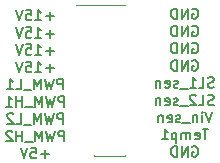
<source format=gbo>
G04 #@! TF.GenerationSoftware,KiCad,Pcbnew,5.1.9*
G04 #@! TF.CreationDate,2021-04-12T04:07:40-03:00*
G04 #@! TF.ProjectId,Controle,436f6e74-726f-46c6-952e-6b696361645f,rev?*
G04 #@! TF.SameCoordinates,Original*
G04 #@! TF.FileFunction,Legend,Bot*
G04 #@! TF.FilePolarity,Positive*
%FSLAX46Y46*%
G04 Gerber Fmt 4.6, Leading zero omitted, Abs format (unit mm)*
G04 Created by KiCad (PCBNEW 5.1.9) date 2021-04-12 04:07:40*
%MOMM*%
%LPD*%
G01*
G04 APERTURE LIST*
%ADD10C,0.150000*%
%ADD11C,0.120000*%
%ADD12C,3.200000*%
%ADD13R,2.540000X0.750000*%
%ADD14C,3.650000*%
%ADD15R,1.500000X1.500000*%
%ADD16C,1.500000*%
%ADD17C,2.500000*%
G04 APERTURE END LIST*
D10*
X181260642Y-64459500D02*
X181343785Y-64417928D01*
X181468500Y-64417928D01*
X181593214Y-64459500D01*
X181676357Y-64542642D01*
X181717928Y-64625785D01*
X181759500Y-64792071D01*
X181759500Y-64916785D01*
X181717928Y-65083071D01*
X181676357Y-65166214D01*
X181593214Y-65249357D01*
X181468500Y-65290928D01*
X181385357Y-65290928D01*
X181260642Y-65249357D01*
X181219071Y-65207785D01*
X181219071Y-64916785D01*
X181385357Y-64916785D01*
X180844928Y-65290928D02*
X180844928Y-64417928D01*
X180346071Y-65290928D01*
X180346071Y-64417928D01*
X179930357Y-65290928D02*
X179930357Y-64417928D01*
X179722500Y-64417928D01*
X179597785Y-64459500D01*
X179514642Y-64542642D01*
X179473071Y-64625785D01*
X179431500Y-64792071D01*
X179431500Y-64916785D01*
X179473071Y-65083071D01*
X179514642Y-65166214D01*
X179597785Y-65249357D01*
X179722500Y-65290928D01*
X179930357Y-65290928D01*
X181260642Y-65919000D02*
X181343785Y-65877428D01*
X181468500Y-65877428D01*
X181593214Y-65919000D01*
X181676357Y-66002142D01*
X181717928Y-66085285D01*
X181759500Y-66251571D01*
X181759500Y-66376285D01*
X181717928Y-66542571D01*
X181676357Y-66625714D01*
X181593214Y-66708857D01*
X181468500Y-66750428D01*
X181385357Y-66750428D01*
X181260642Y-66708857D01*
X181219071Y-66667285D01*
X181219071Y-66376285D01*
X181385357Y-66376285D01*
X180844928Y-66750428D02*
X180844928Y-65877428D01*
X180346071Y-66750428D01*
X180346071Y-65877428D01*
X179930357Y-66750428D02*
X179930357Y-65877428D01*
X179722500Y-65877428D01*
X179597785Y-65919000D01*
X179514642Y-66002142D01*
X179473071Y-66085285D01*
X179431500Y-66251571D01*
X179431500Y-66376285D01*
X179473071Y-66542571D01*
X179514642Y-66625714D01*
X179597785Y-66708857D01*
X179722500Y-66750428D01*
X179930357Y-66750428D01*
X181260642Y-67378500D02*
X181343785Y-67336928D01*
X181468500Y-67336928D01*
X181593214Y-67378500D01*
X181676357Y-67461642D01*
X181717928Y-67544785D01*
X181759500Y-67711071D01*
X181759500Y-67835785D01*
X181717928Y-68002071D01*
X181676357Y-68085214D01*
X181593214Y-68168357D01*
X181468500Y-68209928D01*
X181385357Y-68209928D01*
X181260642Y-68168357D01*
X181219071Y-68126785D01*
X181219071Y-67835785D01*
X181385357Y-67835785D01*
X180844928Y-68209928D02*
X180844928Y-67336928D01*
X180346071Y-68209928D01*
X180346071Y-67336928D01*
X179930357Y-68209928D02*
X179930357Y-67336928D01*
X179722500Y-67336928D01*
X179597785Y-67378500D01*
X179514642Y-67461642D01*
X179473071Y-67544785D01*
X179431500Y-67711071D01*
X179431500Y-67835785D01*
X179473071Y-68002071D01*
X179514642Y-68085214D01*
X179597785Y-68168357D01*
X179722500Y-68209928D01*
X179930357Y-68209928D01*
X181260642Y-68838000D02*
X181343785Y-68796428D01*
X181468500Y-68796428D01*
X181593214Y-68838000D01*
X181676357Y-68921142D01*
X181717928Y-69004285D01*
X181759500Y-69170571D01*
X181759500Y-69295285D01*
X181717928Y-69461571D01*
X181676357Y-69544714D01*
X181593214Y-69627857D01*
X181468500Y-69669428D01*
X181385357Y-69669428D01*
X181260642Y-69627857D01*
X181219071Y-69586285D01*
X181219071Y-69295285D01*
X181385357Y-69295285D01*
X180844928Y-69669428D02*
X180844928Y-68796428D01*
X180346071Y-69669428D01*
X180346071Y-68796428D01*
X179930357Y-69669428D02*
X179930357Y-68796428D01*
X179722500Y-68796428D01*
X179597785Y-68838000D01*
X179514642Y-68921142D01*
X179473071Y-69004285D01*
X179431500Y-69170571D01*
X179431500Y-69295285D01*
X179473071Y-69461571D01*
X179514642Y-69544714D01*
X179597785Y-69627857D01*
X179722500Y-69669428D01*
X179930357Y-69669428D01*
X183069000Y-71087357D02*
X182944285Y-71128928D01*
X182736428Y-71128928D01*
X182653285Y-71087357D01*
X182611714Y-71045785D01*
X182570142Y-70962642D01*
X182570142Y-70879500D01*
X182611714Y-70796357D01*
X182653285Y-70754785D01*
X182736428Y-70713214D01*
X182902714Y-70671642D01*
X182985857Y-70630071D01*
X183027428Y-70588500D01*
X183069000Y-70505357D01*
X183069000Y-70422214D01*
X183027428Y-70339071D01*
X182985857Y-70297500D01*
X182902714Y-70255928D01*
X182694857Y-70255928D01*
X182570142Y-70297500D01*
X181780285Y-71128928D02*
X182196000Y-71128928D01*
X182196000Y-70255928D01*
X181032000Y-71128928D02*
X181530857Y-71128928D01*
X181281428Y-71128928D02*
X181281428Y-70255928D01*
X181364571Y-70380642D01*
X181447714Y-70463785D01*
X181530857Y-70505357D01*
X180865714Y-71212071D02*
X180200571Y-71212071D01*
X180034285Y-71087357D02*
X179951142Y-71128928D01*
X179784857Y-71128928D01*
X179701714Y-71087357D01*
X179660142Y-71004214D01*
X179660142Y-70962642D01*
X179701714Y-70879500D01*
X179784857Y-70837928D01*
X179909571Y-70837928D01*
X179992714Y-70796357D01*
X180034285Y-70713214D01*
X180034285Y-70671642D01*
X179992714Y-70588500D01*
X179909571Y-70546928D01*
X179784857Y-70546928D01*
X179701714Y-70588500D01*
X178953428Y-71087357D02*
X179036571Y-71128928D01*
X179202857Y-71128928D01*
X179286000Y-71087357D01*
X179327571Y-71004214D01*
X179327571Y-70671642D01*
X179286000Y-70588500D01*
X179202857Y-70546928D01*
X179036571Y-70546928D01*
X178953428Y-70588500D01*
X178911857Y-70671642D01*
X178911857Y-70754785D01*
X179327571Y-70837928D01*
X178537714Y-70546928D02*
X178537714Y-71128928D01*
X178537714Y-70630071D02*
X178496142Y-70588500D01*
X178413000Y-70546928D01*
X178288285Y-70546928D01*
X178205142Y-70588500D01*
X178163571Y-70671642D01*
X178163571Y-71128928D01*
X183069000Y-72546857D02*
X182944285Y-72588428D01*
X182736428Y-72588428D01*
X182653285Y-72546857D01*
X182611714Y-72505285D01*
X182570142Y-72422142D01*
X182570142Y-72339000D01*
X182611714Y-72255857D01*
X182653285Y-72214285D01*
X182736428Y-72172714D01*
X182902714Y-72131142D01*
X182985857Y-72089571D01*
X183027428Y-72048000D01*
X183069000Y-71964857D01*
X183069000Y-71881714D01*
X183027428Y-71798571D01*
X182985857Y-71757000D01*
X182902714Y-71715428D01*
X182694857Y-71715428D01*
X182570142Y-71757000D01*
X181780285Y-72588428D02*
X182196000Y-72588428D01*
X182196000Y-71715428D01*
X181530857Y-71798571D02*
X181489285Y-71757000D01*
X181406142Y-71715428D01*
X181198285Y-71715428D01*
X181115142Y-71757000D01*
X181073571Y-71798571D01*
X181032000Y-71881714D01*
X181032000Y-71964857D01*
X181073571Y-72089571D01*
X181572428Y-72588428D01*
X181032000Y-72588428D01*
X180865714Y-72671571D02*
X180200571Y-72671571D01*
X180034285Y-72546857D02*
X179951142Y-72588428D01*
X179784857Y-72588428D01*
X179701714Y-72546857D01*
X179660142Y-72463714D01*
X179660142Y-72422142D01*
X179701714Y-72339000D01*
X179784857Y-72297428D01*
X179909571Y-72297428D01*
X179992714Y-72255857D01*
X180034285Y-72172714D01*
X180034285Y-72131142D01*
X179992714Y-72048000D01*
X179909571Y-72006428D01*
X179784857Y-72006428D01*
X179701714Y-72048000D01*
X178953428Y-72546857D02*
X179036571Y-72588428D01*
X179202857Y-72588428D01*
X179286000Y-72546857D01*
X179327571Y-72463714D01*
X179327571Y-72131142D01*
X179286000Y-72048000D01*
X179202857Y-72006428D01*
X179036571Y-72006428D01*
X178953428Y-72048000D01*
X178911857Y-72131142D01*
X178911857Y-72214285D01*
X179327571Y-72297428D01*
X178537714Y-72006428D02*
X178537714Y-72588428D01*
X178537714Y-72089571D02*
X178496142Y-72048000D01*
X178413000Y-72006428D01*
X178288285Y-72006428D01*
X178205142Y-72048000D01*
X178163571Y-72131142D01*
X178163571Y-72588428D01*
X182944285Y-73174928D02*
X182653285Y-74047928D01*
X182362285Y-73174928D01*
X182071285Y-74047928D02*
X182071285Y-73465928D01*
X182071285Y-73174928D02*
X182112857Y-73216500D01*
X182071285Y-73258071D01*
X182029714Y-73216500D01*
X182071285Y-73174928D01*
X182071285Y-73258071D01*
X181655571Y-73465928D02*
X181655571Y-74047928D01*
X181655571Y-73549071D02*
X181614000Y-73507500D01*
X181530857Y-73465928D01*
X181406142Y-73465928D01*
X181323000Y-73507500D01*
X181281428Y-73590642D01*
X181281428Y-74047928D01*
X181073571Y-74131071D02*
X180408428Y-74131071D01*
X180242142Y-74006357D02*
X180159000Y-74047928D01*
X179992714Y-74047928D01*
X179909571Y-74006357D01*
X179868000Y-73923214D01*
X179868000Y-73881642D01*
X179909571Y-73798500D01*
X179992714Y-73756928D01*
X180117428Y-73756928D01*
X180200571Y-73715357D01*
X180242142Y-73632214D01*
X180242142Y-73590642D01*
X180200571Y-73507500D01*
X180117428Y-73465928D01*
X179992714Y-73465928D01*
X179909571Y-73507500D01*
X179161285Y-74006357D02*
X179244428Y-74047928D01*
X179410714Y-74047928D01*
X179493857Y-74006357D01*
X179535428Y-73923214D01*
X179535428Y-73590642D01*
X179493857Y-73507500D01*
X179410714Y-73465928D01*
X179244428Y-73465928D01*
X179161285Y-73507500D01*
X179119714Y-73590642D01*
X179119714Y-73673785D01*
X179535428Y-73756928D01*
X178745571Y-73465928D02*
X178745571Y-74047928D01*
X178745571Y-73549071D02*
X178704000Y-73507500D01*
X178620857Y-73465928D01*
X178496142Y-73465928D01*
X178413000Y-73507500D01*
X178371428Y-73590642D01*
X178371428Y-74047928D01*
X182611714Y-74634428D02*
X182112857Y-74634428D01*
X182362285Y-75507428D02*
X182362285Y-74634428D01*
X181489285Y-75465857D02*
X181572428Y-75507428D01*
X181738714Y-75507428D01*
X181821857Y-75465857D01*
X181863428Y-75382714D01*
X181863428Y-75050142D01*
X181821857Y-74967000D01*
X181738714Y-74925428D01*
X181572428Y-74925428D01*
X181489285Y-74967000D01*
X181447714Y-75050142D01*
X181447714Y-75133285D01*
X181863428Y-75216428D01*
X181073571Y-75507428D02*
X181073571Y-74925428D01*
X181073571Y-75008571D02*
X181032000Y-74967000D01*
X180948857Y-74925428D01*
X180824142Y-74925428D01*
X180741000Y-74967000D01*
X180699428Y-75050142D01*
X180699428Y-75507428D01*
X180699428Y-75050142D02*
X180657857Y-74967000D01*
X180574714Y-74925428D01*
X180450000Y-74925428D01*
X180366857Y-74967000D01*
X180325285Y-75050142D01*
X180325285Y-75507428D01*
X179909571Y-74925428D02*
X179909571Y-75798428D01*
X179909571Y-74967000D02*
X179826428Y-74925428D01*
X179660142Y-74925428D01*
X179577000Y-74967000D01*
X179535428Y-75008571D01*
X179493857Y-75091714D01*
X179493857Y-75341142D01*
X179535428Y-75424285D01*
X179577000Y-75465857D01*
X179660142Y-75507428D01*
X179826428Y-75507428D01*
X179909571Y-75465857D01*
X178662428Y-75507428D02*
X179161285Y-75507428D01*
X178911857Y-75507428D02*
X178911857Y-74634428D01*
X178995000Y-74759142D01*
X179078142Y-74842285D01*
X179161285Y-74883857D01*
X181260642Y-76135500D02*
X181343785Y-76093928D01*
X181468500Y-76093928D01*
X181593214Y-76135500D01*
X181676357Y-76218642D01*
X181717928Y-76301785D01*
X181759500Y-76468071D01*
X181759500Y-76592785D01*
X181717928Y-76759071D01*
X181676357Y-76842214D01*
X181593214Y-76925357D01*
X181468500Y-76966928D01*
X181385357Y-76966928D01*
X181260642Y-76925357D01*
X181219071Y-76883785D01*
X181219071Y-76592785D01*
X181385357Y-76592785D01*
X180844928Y-76966928D02*
X180844928Y-76093928D01*
X180346071Y-76966928D01*
X180346071Y-76093928D01*
X179930357Y-76966928D02*
X179930357Y-76093928D01*
X179722500Y-76093928D01*
X179597785Y-76135500D01*
X179514642Y-76218642D01*
X179473071Y-76301785D01*
X179431500Y-76468071D01*
X179431500Y-76592785D01*
X179473071Y-76759071D01*
X179514642Y-76842214D01*
X179597785Y-76925357D01*
X179722500Y-76966928D01*
X179930357Y-76966928D01*
X169497142Y-65085357D02*
X168832000Y-65085357D01*
X169164571Y-65417928D02*
X169164571Y-64752785D01*
X167959000Y-65417928D02*
X168457857Y-65417928D01*
X168208428Y-65417928D02*
X168208428Y-64544928D01*
X168291571Y-64669642D01*
X168374714Y-64752785D01*
X168457857Y-64794357D01*
X167169142Y-64544928D02*
X167584857Y-64544928D01*
X167626428Y-64960642D01*
X167584857Y-64919071D01*
X167501714Y-64877500D01*
X167293857Y-64877500D01*
X167210714Y-64919071D01*
X167169142Y-64960642D01*
X167127571Y-65043785D01*
X167127571Y-65251642D01*
X167169142Y-65334785D01*
X167210714Y-65376357D01*
X167293857Y-65417928D01*
X167501714Y-65417928D01*
X167584857Y-65376357D01*
X167626428Y-65334785D01*
X166878142Y-64544928D02*
X166587142Y-65417928D01*
X166296142Y-64544928D01*
X169497142Y-66544857D02*
X168832000Y-66544857D01*
X169164571Y-66877428D02*
X169164571Y-66212285D01*
X167959000Y-66877428D02*
X168457857Y-66877428D01*
X168208428Y-66877428D02*
X168208428Y-66004428D01*
X168291571Y-66129142D01*
X168374714Y-66212285D01*
X168457857Y-66253857D01*
X167169142Y-66004428D02*
X167584857Y-66004428D01*
X167626428Y-66420142D01*
X167584857Y-66378571D01*
X167501714Y-66337000D01*
X167293857Y-66337000D01*
X167210714Y-66378571D01*
X167169142Y-66420142D01*
X167127571Y-66503285D01*
X167127571Y-66711142D01*
X167169142Y-66794285D01*
X167210714Y-66835857D01*
X167293857Y-66877428D01*
X167501714Y-66877428D01*
X167584857Y-66835857D01*
X167626428Y-66794285D01*
X166878142Y-66004428D02*
X166587142Y-66877428D01*
X166296142Y-66004428D01*
X169497142Y-68004357D02*
X168832000Y-68004357D01*
X169164571Y-68336928D02*
X169164571Y-67671785D01*
X167959000Y-68336928D02*
X168457857Y-68336928D01*
X168208428Y-68336928D02*
X168208428Y-67463928D01*
X168291571Y-67588642D01*
X168374714Y-67671785D01*
X168457857Y-67713357D01*
X167169142Y-67463928D02*
X167584857Y-67463928D01*
X167626428Y-67879642D01*
X167584857Y-67838071D01*
X167501714Y-67796500D01*
X167293857Y-67796500D01*
X167210714Y-67838071D01*
X167169142Y-67879642D01*
X167127571Y-67962785D01*
X167127571Y-68170642D01*
X167169142Y-68253785D01*
X167210714Y-68295357D01*
X167293857Y-68336928D01*
X167501714Y-68336928D01*
X167584857Y-68295357D01*
X167626428Y-68253785D01*
X166878142Y-67463928D02*
X166587142Y-68336928D01*
X166296142Y-67463928D01*
X169497142Y-69463857D02*
X168832000Y-69463857D01*
X169164571Y-69796428D02*
X169164571Y-69131285D01*
X167959000Y-69796428D02*
X168457857Y-69796428D01*
X168208428Y-69796428D02*
X168208428Y-68923428D01*
X168291571Y-69048142D01*
X168374714Y-69131285D01*
X168457857Y-69172857D01*
X167169142Y-68923428D02*
X167584857Y-68923428D01*
X167626428Y-69339142D01*
X167584857Y-69297571D01*
X167501714Y-69256000D01*
X167293857Y-69256000D01*
X167210714Y-69297571D01*
X167169142Y-69339142D01*
X167127571Y-69422285D01*
X167127571Y-69630142D01*
X167169142Y-69713285D01*
X167210714Y-69754857D01*
X167293857Y-69796428D01*
X167501714Y-69796428D01*
X167584857Y-69754857D01*
X167626428Y-69713285D01*
X166878142Y-68923428D02*
X166587142Y-69796428D01*
X166296142Y-68923428D01*
X170287000Y-71255928D02*
X170287000Y-70382928D01*
X169954428Y-70382928D01*
X169871285Y-70424500D01*
X169829714Y-70466071D01*
X169788142Y-70549214D01*
X169788142Y-70673928D01*
X169829714Y-70757071D01*
X169871285Y-70798642D01*
X169954428Y-70840214D01*
X170287000Y-70840214D01*
X169497142Y-70382928D02*
X169289285Y-71255928D01*
X169123000Y-70632357D01*
X168956714Y-71255928D01*
X168748857Y-70382928D01*
X168416285Y-71255928D02*
X168416285Y-70382928D01*
X168125285Y-71006500D01*
X167834285Y-70382928D01*
X167834285Y-71255928D01*
X167626428Y-71339071D02*
X166961285Y-71339071D01*
X166337714Y-71255928D02*
X166753428Y-71255928D01*
X166753428Y-70382928D01*
X165589428Y-71255928D02*
X166088285Y-71255928D01*
X165838857Y-71255928D02*
X165838857Y-70382928D01*
X165922000Y-70507642D01*
X166005142Y-70590785D01*
X166088285Y-70632357D01*
X170390928Y-72715428D02*
X170390928Y-71842428D01*
X170058357Y-71842428D01*
X169975214Y-71884000D01*
X169933642Y-71925571D01*
X169892071Y-72008714D01*
X169892071Y-72133428D01*
X169933642Y-72216571D01*
X169975214Y-72258142D01*
X170058357Y-72299714D01*
X170390928Y-72299714D01*
X169601071Y-71842428D02*
X169393214Y-72715428D01*
X169226928Y-72091857D01*
X169060642Y-72715428D01*
X168852785Y-71842428D01*
X168520214Y-72715428D02*
X168520214Y-71842428D01*
X168229214Y-72466000D01*
X167938214Y-71842428D01*
X167938214Y-72715428D01*
X167730357Y-72798571D02*
X167065214Y-72798571D01*
X166857357Y-72715428D02*
X166857357Y-71842428D01*
X166857357Y-72258142D02*
X166358500Y-72258142D01*
X166358500Y-72715428D02*
X166358500Y-71842428D01*
X165485500Y-72715428D02*
X165984357Y-72715428D01*
X165734928Y-72715428D02*
X165734928Y-71842428D01*
X165818071Y-71967142D01*
X165901214Y-72050285D01*
X165984357Y-72091857D01*
X170287000Y-74174928D02*
X170287000Y-73301928D01*
X169954428Y-73301928D01*
X169871285Y-73343500D01*
X169829714Y-73385071D01*
X169788142Y-73468214D01*
X169788142Y-73592928D01*
X169829714Y-73676071D01*
X169871285Y-73717642D01*
X169954428Y-73759214D01*
X170287000Y-73759214D01*
X169497142Y-73301928D02*
X169289285Y-74174928D01*
X169123000Y-73551357D01*
X168956714Y-74174928D01*
X168748857Y-73301928D01*
X168416285Y-74174928D02*
X168416285Y-73301928D01*
X168125285Y-73925500D01*
X167834285Y-73301928D01*
X167834285Y-74174928D01*
X167626428Y-74258071D02*
X166961285Y-74258071D01*
X166337714Y-74174928D02*
X166753428Y-74174928D01*
X166753428Y-73301928D01*
X166088285Y-73385071D02*
X166046714Y-73343500D01*
X165963571Y-73301928D01*
X165755714Y-73301928D01*
X165672571Y-73343500D01*
X165631000Y-73385071D01*
X165589428Y-73468214D01*
X165589428Y-73551357D01*
X165631000Y-73676071D01*
X166129857Y-74174928D01*
X165589428Y-74174928D01*
X170390928Y-75634428D02*
X170390928Y-74761428D01*
X170058357Y-74761428D01*
X169975214Y-74803000D01*
X169933642Y-74844571D01*
X169892071Y-74927714D01*
X169892071Y-75052428D01*
X169933642Y-75135571D01*
X169975214Y-75177142D01*
X170058357Y-75218714D01*
X170390928Y-75218714D01*
X169601071Y-74761428D02*
X169393214Y-75634428D01*
X169226928Y-75010857D01*
X169060642Y-75634428D01*
X168852785Y-74761428D01*
X168520214Y-75634428D02*
X168520214Y-74761428D01*
X168229214Y-75385000D01*
X167938214Y-74761428D01*
X167938214Y-75634428D01*
X167730357Y-75717571D02*
X167065214Y-75717571D01*
X166857357Y-75634428D02*
X166857357Y-74761428D01*
X166857357Y-75177142D02*
X166358500Y-75177142D01*
X166358500Y-75634428D02*
X166358500Y-74761428D01*
X165984357Y-74844571D02*
X165942785Y-74803000D01*
X165859642Y-74761428D01*
X165651785Y-74761428D01*
X165568642Y-74803000D01*
X165527071Y-74844571D01*
X165485500Y-74927714D01*
X165485500Y-75010857D01*
X165527071Y-75135571D01*
X166025928Y-75634428D01*
X165485500Y-75634428D01*
X169081428Y-76761357D02*
X168416285Y-76761357D01*
X168748857Y-77093928D02*
X168748857Y-76428785D01*
X167584857Y-76220928D02*
X168000571Y-76220928D01*
X168042142Y-76636642D01*
X168000571Y-76595071D01*
X167917428Y-76553500D01*
X167709571Y-76553500D01*
X167626428Y-76595071D01*
X167584857Y-76636642D01*
X167543285Y-76719785D01*
X167543285Y-76927642D01*
X167584857Y-77010785D01*
X167626428Y-77052357D01*
X167709571Y-77093928D01*
X167917428Y-77093928D01*
X168000571Y-77052357D01*
X168042142Y-77010785D01*
X167293857Y-76220928D02*
X167002857Y-77093928D01*
X166711857Y-76220928D01*
D11*
X172896280Y-64150320D02*
X171436280Y-64150320D01*
X175556280Y-76850320D02*
X175556280Y-76910320D01*
X175556280Y-64090320D02*
X175556280Y-64150320D01*
X175556280Y-76910320D02*
X172896280Y-76910320D01*
X172896280Y-76850320D02*
X172896280Y-76910320D01*
X172896280Y-64090320D02*
X172896280Y-64150320D01*
X175556280Y-64090320D02*
X172896280Y-64090320D01*
%LPC*%
D12*
X128436400Y-85794000D03*
X128423320Y-55143340D03*
X188012920Y-55119980D03*
X188025000Y-85769980D03*
D13*
X176026280Y-76215320D03*
X172426280Y-76215320D03*
X176026280Y-74945320D03*
X172426280Y-74945320D03*
X176026280Y-73675320D03*
X172426280Y-73675320D03*
X176026280Y-72405320D03*
X172426280Y-72405320D03*
X176026280Y-71135320D03*
X172426280Y-71135320D03*
X176026280Y-69865320D03*
X172426280Y-69865320D03*
X176026280Y-68595320D03*
X172426280Y-68595320D03*
X176026280Y-67325320D03*
X172426280Y-67325320D03*
X176026280Y-66055320D03*
X172426280Y-66055320D03*
X176026280Y-64785320D03*
X172426280Y-64785320D03*
D14*
X128401000Y-76840000D03*
X128401000Y-65410000D03*
D15*
X134751000Y-66680000D03*
D16*
X137291000Y-67950000D03*
X134751000Y-69220000D03*
X137291000Y-70490000D03*
X134751000Y-71760000D03*
X137291000Y-73030000D03*
X134751000Y-74300000D03*
X137291000Y-75570000D03*
D17*
X131451000Y-63375000D03*
X131451000Y-78875000D03*
M02*

</source>
